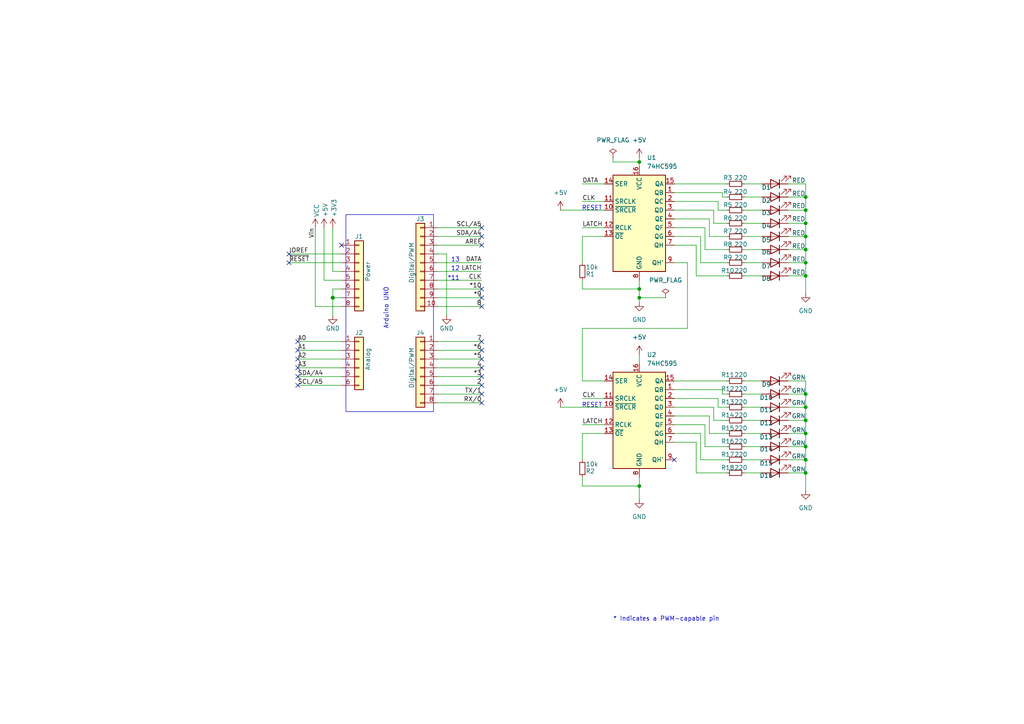
<source format=kicad_sch>
(kicad_sch (version 20231120) (generator "eeschema") (generator_version "8.0")
  (paper "A4")
  (title_block (date "mar. 31 mars 2015"))
  (lib_symbols
    (symbol "+5V_1" (power) (pin_numbers hide) (pin_names (offset 0) hide)
      (property "Value" "+5V" (at 0 3.556 0))
      (symbol "+5V_1_0_1"
        (polyline (pts (xy -0.762 1.27) (xy 0 2.54)))
        (polyline (pts (xy 0 0) (xy 0 2.54)))
        (polyline (pts (xy 0 2.54) (xy 0.762 1.27)))
      )
      (symbol "+5V_1_1_1"
        (pin power_in line (at 0 0 90) (length 0) (name "~") (number "1"))
      )
    )
    (symbol "+5V_2" (power) (pin_numbers hide) (pin_names (offset 0) hide)
      (property "Value" "+5V" (at 0 3.556 0))
      (symbol "+5V_2_0_1"
        (polyline (pts (xy -0.762 1.27) (xy 0 2.54)))
        (polyline (pts (xy 0 0) (xy 0 2.54)))
        (polyline (pts (xy 0 2.54) (xy 0.762 1.27)))
      )
      (symbol "+5V_2_1_1"
        (pin power_in line (at 0 0 90) (length 0) (name "~") (number "1"))
      )
    )
    (symbol "74xx:74HC595"
      (property "Reference" "U" (at -7.62 13.97 0))
      (property "Value" "74HC595" (at -7.62 -16.51 0))
      (symbol "74HC595_1_0"
        (pin tri_state line (at 10.16 7.62 180) (length 2.54) (name "QB") (number "1"))
        (pin input line (at -10.16 2.54 0) (length 2.54) (name "~{SRCLR}") (number "10"))
        (pin input line (at -10.16 5.08 0) (length 2.54) (name "SRCLK") (number "11"))
        (pin input line (at -10.16 -2.54 0) (length 2.54) (name "RCLK") (number "12"))
        (pin input line (at -10.16 -5.08 0) (length 2.54) (name "~{OE}") (number "13"))
        (pin input line (at -10.16 10.16 0) (length 2.54) (name "SER") (number "14"))
        (pin tri_state line (at 10.16 10.16 180) (length 2.54) (name "QA") (number "15"))
        (pin power_in line (at 0 15.24 270) (length 2.54) (name "VCC") (number "16"))
        (pin tri_state line (at 10.16 5.08 180) (length 2.54) (name "QC") (number "2"))
        (pin tri_state line (at 10.16 2.54 180) (length 2.54) (name "QD") (number "3"))
        (pin tri_state line (at 10.16 0 180) (length 2.54) (name "QE") (number "4"))
        (pin tri_state line (at 10.16 -2.54 180) (length 2.54) (name "QF") (number "5"))
        (pin tri_state line (at 10.16 -5.08 180) (length 2.54) (name "QG") (number "6"))
        (pin tri_state line (at 10.16 -7.62 180) (length 2.54) (name "QH") (number "7"))
        (pin power_in line (at 0 -17.78 90) (length 2.54) (name "GND") (number "8"))
        (pin output line (at 10.16 -12.7 180) (length 2.54) (name "QH'") (number "9"))
      )
      (symbol "74HC595_1_1"
        (rectangle (start -7.62 12.7) (end 7.62 -15.24) (stroke (width 0.254)) (fill (type background)))
      )
    )
    (symbol "Connector_Generic:Conn_01x06" (pin_names (offset 1.016) hide)
      (property "Reference" "J" (at 0 7.62 0))
      (property "Value" "Conn_01x06" (at 0 -10.16 0))
      (symbol "Conn_01x06_1_1"
        (rectangle (start -1.27 -7.493) (end 0 -7.747) (stroke (width 0.1524)))
        (rectangle (start -1.27 -4.953) (end 0 -5.207) (stroke (width 0.1524)))
        (rectangle (start -1.27 -2.413) (end 0 -2.667) (stroke (width 0.1524)))
        (rectangle (start -1.27 0.127) (end 0 -0.127) (stroke (width 0.1524)))
        (rectangle (start -1.27 2.667) (end 0 2.413) (stroke (width 0.1524)))
        (rectangle (start -1.27 5.207) (end 0 4.953) (stroke (width 0.1524)))
        (rectangle (start -1.27 6.35) (end 1.27 -8.89) (stroke (width 0.254)) (fill (type background)))
        (pin passive line (at -5.08 5.08 0) (length 3.81) (name "Pin_1") (number "1"))
        (pin passive line (at -5.08 2.54 0) (length 3.81) (name "Pin_2") (number "2"))
        (pin passive line (at -5.08 0 0) (length 3.81) (name "Pin_3") (number "3"))
        (pin passive line (at -5.08 -2.54 0) (length 3.81) (name "Pin_4") (number "4"))
        (pin passive line (at -5.08 -5.08 0) (length 3.81) (name "Pin_5") (number "5"))
        (pin passive line (at -5.08 -7.62 0) (length 3.81) (name "Pin_6") (number "6"))
      )
    )
    (symbol "Connector_Generic:Conn_01x08" (pin_names (offset 1.016) hide)
      (property "Reference" "J" (at 0 10.16 0))
      (property "Value" "Conn_01x08" (at 0 -12.7 0))
      (symbol "Conn_01x08_1_1"
        (rectangle (start -1.27 -10.033) (end 0 -10.287) (stroke (width 0.1524)))
        (rectangle (start -1.27 -7.493) (end 0 -7.747) (stroke (width 0.1524)))
        (rectangle (start -1.27 -4.953) (end 0 -5.207) (stroke (width 0.1524)))
        (rectangle (start -1.27 -2.413) (end 0 -2.667) (stroke (width 0.1524)))
        (rectangle (start -1.27 0.127) (end 0 -0.127) (stroke (width 0.1524)))
        (rectangle (start -1.27 2.667) (end 0 2.413) (stroke (width 0.1524)))
        (rectangle (start -1.27 5.207) (end 0 4.953) (stroke (width 0.1524)))
        (rectangle (start -1.27 7.747) (end 0 7.493) (stroke (width 0.1524)))
        (rectangle (start -1.27 8.89) (end 1.27 -11.43) (stroke (width 0.254)) (fill (type background)))
        (pin passive line (at -5.08 7.62 0) (length 3.81) (name "Pin_1") (number "1"))
        (pin passive line (at -5.08 5.08 0) (length 3.81) (name "Pin_2") (number "2"))
        (pin passive line (at -5.08 2.54 0) (length 3.81) (name "Pin_3") (number "3"))
        (pin passive line (at -5.08 0 0) (length 3.81) (name "Pin_4") (number "4"))
        (pin passive line (at -5.08 -2.54 0) (length 3.81) (name "Pin_5") (number "5"))
        (pin passive line (at -5.08 -5.08 0) (length 3.81) (name "Pin_6") (number "6"))
        (pin passive line (at -5.08 -7.62 0) (length 3.81) (name "Pin_7") (number "7"))
        (pin passive line (at -5.08 -10.16 0) (length 3.81) (name "Pin_8") (number "8"))
      )
    )
    (symbol "Connector_Generic:Conn_01x10" (pin_names (offset 1.016) hide)
      (property "Reference" "J" (at 0 12.7 0))
      (property "Value" "Conn_01x10" (at 0 -15.24 0))
      (symbol "Conn_01x10_1_1"
        (rectangle (start -1.27 -12.573) (end 0 -12.827) (stroke (width 0.1524)))
        (rectangle (start -1.27 -10.033) (end 0 -10.287) (stroke (width 0.1524)))
        (rectangle (start -1.27 -7.493) (end 0 -7.747) (stroke (width 0.1524)))
        (rectangle (start -1.27 -4.953) (end 0 -5.207) (stroke (width 0.1524)))
        (rectangle (start -1.27 -2.413) (end 0 -2.667) (stroke (width 0.1524)))
        (rectangle (start -1.27 0.127) (end 0 -0.127) (stroke (width 0.1524)))
        (rectangle (start -1.27 2.667) (end 0 2.413) (stroke (width 0.1524)))
        (rectangle (start -1.27 5.207) (end 0 4.953) (stroke (width 0.1524)))
        (rectangle (start -1.27 7.747) (end 0 7.493) (stroke (width 0.1524)))
        (rectangle (start -1.27 10.287) (end 0 10.033) (stroke (width 0.1524)))
        (rectangle (start -1.27 11.43) (end 1.27 -13.97) (stroke (width 0.254)) (fill (type background)))
        (pin passive line (at -5.08 10.16 0) (length 3.81) (name "Pin_1") (number "1"))
        (pin passive line (at -5.08 -12.7 0) (length 3.81) (name "Pin_10") (number "10"))
        (pin passive line (at -5.08 7.62 0) (length 3.81) (name "Pin_2") (number "2"))
        (pin passive line (at -5.08 5.08 0) (length 3.81) (name "Pin_3") (number "3"))
        (pin passive line (at -5.08 2.54 0) (length 3.81) (name "Pin_4") (number "4"))
        (pin passive line (at -5.08 0 0) (length 3.81) (name "Pin_5") (number "5"))
        (pin passive line (at -5.08 -2.54 0) (length 3.81) (name "Pin_6") (number "6"))
        (pin passive line (at -5.08 -5.08 0) (length 3.81) (name "Pin_7") (number "7"))
        (pin passive line (at -5.08 -7.62 0) (length 3.81) (name "Pin_8") (number "8"))
        (pin passive line (at -5.08 -10.16 0) (length 3.81) (name "Pin_9") (number "9"))
      )
    )
    (symbol "Device:LED" (pin_numbers hide) (pin_names (offset 1.016) hide)
      (property "Reference" "D" (at 0 2.54 0))
      (property "Value" "LED" (at 0 -2.54 0))
      (symbol "LED_0_1"
        (polyline (pts (xy -1.27 -1.27) (xy -1.27 1.27)) (stroke (width 0.254)))
        (polyline (pts (xy -1.27 0) (xy 1.27 0)))
        (polyline (pts (xy 1.27 -1.27) (xy 1.27 1.27) (xy -1.27 0) (xy 1.27 -1.27)) (stroke (width 0.254)))
        (polyline (pts (xy -3.048 -0.762) (xy -4.572 -2.286) (xy -3.81 -2.286) (xy -4.572 -2.286) (xy -4.572 -1.524)))
        (polyline (pts (xy -1.778 -0.762) (xy -3.302 -2.286) (xy -2.54 -2.286) (xy -3.302 -2.286) (xy -3.302 -1.524)))
      )
      (symbol "LED_1_1"
        (pin passive line (at -3.81 0 0) (length 2.54) (name "K") (number "1"))
        (pin passive line (at 3.81 0 180) (length 2.54) (name "A") (number "2"))
      )
    )
    (symbol "Device:R_Small" (pin_numbers hide) (pin_names (offset 0.254) hide)
      (property "Reference" "R" (at 0.762 0.508 0))
      (property "Value" "R_Small" (at 0.762 -1.016 0))
      (symbol "R_Small_0_1"
        (rectangle (start -0.762 1.778) (end 0.762 -1.778) (stroke (width 0.2032)))
      )
      (symbol "R_Small_1_1"
        (pin passive line (at 0 2.54 270) (length 0.762) (name "~") (number "1"))
        (pin passive line (at 0 -2.54 90) (length 0.762) (name "~") (number "2"))
      )
    )
    (symbol "GND_2" (power) (pin_numbers hide) (pin_names (offset 0) hide)
      (property "Value" "GND" (at 0 -3.81 0))
      (symbol "GND_2_0_1"
        (polyline (pts (xy 0 0) (xy 0 -1.27) (xy 1.27 -1.27) (xy 0 -2.54) (xy -1.27 -1.27) (xy 0 -1.27)))
      )
      (symbol "GND_2_1_1"
        (pin power_in line (at 0 0 270) (length 0) (name "~") (number "1"))
      )
    )
    (symbol "power:+3V3" (power) (pin_names (offset 0))
      (property "Value" "+3V3" (at 0 3.556 0))
      (symbol "+3V3_0_1"
        (polyline (pts (xy -0.762 1.27) (xy 0 2.54)))
        (polyline (pts (xy 0 0) (xy 0 2.54)))
        (polyline (pts (xy 0 2.54) (xy 0.762 1.27)))
      )
      (symbol "+3V3_1_1"
        (pin power_in line (at 0 0 90) (length 0) hide (name "+3V3") (number "1"))
      )
    )
    (symbol "power:+5V" (power) (pin_names (offset 0))
      (property "Value" "+5V" (at 0 3.556 0))
      (symbol "+5V_0_1"
        (polyline (pts (xy -0.762 1.27) (xy 0 2.54)))
        (polyline (pts (xy 0 0) (xy 0 2.54)))
        (polyline (pts (xy 0 2.54) (xy 0.762 1.27)))
      )
      (symbol "+5V_1_1"
        (pin power_in line (at 0 0 90) (length 0) hide (name "+5V") (number "1"))
      )
    )
    (symbol "power:GND" (power) (pin_names (offset 0))
      (property "Value" "GND" (at 0 -3.81 0))
      (symbol "GND_0_1"
        (polyline (pts (xy 0 0) (xy 0 -1.27) (xy 1.27 -1.27) (xy 0 -2.54) (xy -1.27 -1.27) (xy 0 -1.27)))
      )
      (symbol "GND_1_1"
        (pin power_in line (at 0 0 270) (length 0) hide (name "GND") (number "1"))
      )
    )
    (symbol "power:PWR_FLAG" (power) (pin_numbers hide) (pin_names (offset 0) hide)
      (property "Value" "PWR_FLAG" (at 0 3.81 0))
      (symbol "PWR_FLAG_0_0"
        (pin power_out line (at 0 0 90) (length 0) (name "~") (number "1"))
      )
      (symbol "PWR_FLAG_0_1"
        (polyline (pts (xy 0 0) (xy 0 1.27) (xy -1.016 1.905) (xy 0 2.54) (xy 1.016 1.905) (xy 0 1.27)))
      )
    )
    (symbol "power:VCC" (power) (pin_names (offset 0))
      (property "Value" "VCC" (at 0 3.81 0))
      (symbol "VCC_0_1"
        (polyline (pts (xy -0.762 1.27) (xy 0 2.54)))
        (polyline (pts (xy 0 0) (xy 0 2.54)))
        (polyline (pts (xy 0 2.54) (xy 0.762 1.27)))
      )
      (symbol "VCC_1_1"
        (pin power_in line (at 0 0 90) (length 0) hide (name "VCC") (number "1"))
      )
    )
  )
  (junction (at 233.68 129.54))
  (junction (at 233.68 121.92))
  (junction (at 233.68 57.15))
  (junction (at 233.68 64.77))
  (junction (at 233.68 125.73))
  (junction (at 233.68 133.35))
  (junction (at 185.42 86.36))
  (junction (at 233.68 80.01))
  (junction (at 96.52 86.36) (diameter 1.016))
  (junction (at 185.42 140.97))
  (junction (at 233.68 68.58))
  (junction (at 233.68 60.96))
  (junction (at 233.68 118.11))
  (junction (at 233.68 114.3))
  (junction (at 185.42 83.82))
  (junction (at 233.68 76.2))
  (junction (at 233.68 137.16))
  (junction (at 233.68 72.39))
  (junction (at 185.42 46.99))
  (no_connect (at 139.7 83.82))
  (no_connect (at 83.82 73.66))
  (no_connect (at 139.7 68.58))
  (no_connect (at 86.36 106.68))
  (no_connect (at 139.7 111.76))
  (no_connect (at 139.7 88.9))
  (no_connect (at 139.7 101.6))
  (no_connect (at 139.7 104.14))
  (no_connect (at 139.7 71.12))
  (no_connect (at 86.36 109.22))
  (no_connect (at 139.7 109.22))
  (no_connect (at 195.58 133.35))
  (no_connect (at 139.7 114.3))
  (no_connect (at 86.36 104.14))
  (no_connect (at 139.7 106.68))
  (no_connect (at 86.36 99.06))
  (no_connect (at 83.82 76.2))
  (no_connect (at 139.7 66.04))
  (no_connect (at 139.7 116.84))
  (no_connect (at 99.06 71.12))
  (no_connect (at 86.36 111.76))
  (no_connect (at 86.36 101.6))
  (no_connect (at 139.7 86.36))
  (no_connect (at 139.7 99.06))
  (wire (pts (xy 127 116.84) (xy 139.7 116.84)))
  (wire (pts (xy 215.9 118.11) (xy 220.98 118.11)))
  (wire (pts (xy 215.9 137.16) (xy 220.98 137.16)))
  (wire (pts (xy 233.68 53.34) (xy 233.68 57.15)))
  (wire (pts (xy 185.42 87.63) (xy 185.42 86.36)))
  (wire (pts (xy 127 83.82) (xy 139.7 83.82)))
  (wire (pts (xy 208.28 60.96) (xy 210.82 60.96)))
  (wire (pts (xy 177.8 45.72) (xy 177.8 46.99)))
  (wire (pts (xy 195.58 55.88) (xy 209.55 55.88)))
  (wire (pts (xy 215.9 133.35) (xy 220.98 133.35)))
  (wire (pts (xy 127 66.04) (xy 139.7 66.04)))
  (wire (pts (xy 168.91 95.25) (xy 168.91 110.49)))
  (wire (pts (xy 228.6 125.73) (xy 233.68 125.73)))
  (wire (pts (xy 228.6 68.58) (xy 233.68 68.58)))
  (wire (pts (xy 168.91 66.04) (xy 175.26 66.04)))
  (wire (pts (xy 195.58 68.58) (xy 203.2 68.58)))
  (wire (pts (xy 201.93 71.12) (xy 201.93 80.01)))
  (wire (pts (xy 168.91 81.28) (xy 168.91 83.82)))
  (wire (pts (xy 96.52 83.82) (xy 96.52 86.36)))
  (wire (pts (xy 195.58 118.11) (xy 207.01 118.11)))
  (wire (pts (xy 86.36 111.76) (xy 99.06 111.76)))
  (wire (pts (xy 205.74 120.65) (xy 205.74 125.73)))
  (wire (pts (xy 233.68 64.77) (xy 233.68 68.58)))
  (wire (pts (xy 215.9 76.2) (xy 220.98 76.2)))
  (wire (pts (xy 204.47 123.19) (xy 204.47 129.54)))
  (wire (pts (xy 162.56 60.96) (xy 175.26 60.96)))
  (wire (pts (xy 228.6 118.11) (xy 233.68 118.11)))
  (wire (pts (xy 215.9 114.3) (xy 220.98 114.3)))
  (wire (pts (xy 162.56 118.11) (xy 175.26 118.11)))
  (wire (pts (xy 233.68 129.54) (xy 233.68 133.35)))
  (wire (pts (xy 96.52 86.36) (xy 96.52 91.44)))
  (wire (pts (xy 233.68 137.16) (xy 228.6 137.16)))
  (wire (pts (xy 215.9 68.58) (xy 220.98 68.58)))
  (wire (pts (xy 203.2 133.35) (xy 210.82 133.35)))
  (wire (pts (xy 96.52 78.74) (xy 99.06 78.74)))
  (wire (pts (xy 168.91 58.42) (xy 175.26 58.42)))
  (wire (pts (xy 93.98 81.28) (xy 99.06 81.28)))
  (wire (pts (xy 233.68 76.2) (xy 233.68 80.01)))
  (wire (pts (xy 228.6 53.34) (xy 233.68 53.34)))
  (wire (pts (xy 228.6 121.92) (xy 233.68 121.92)))
  (wire (pts (xy 93.98 66.04) (xy 93.98 81.28)))
  (wire (pts (xy 215.9 64.77) (xy 220.98 64.77)))
  (wire (pts (xy 215.9 129.54) (xy 220.98 129.54)))
  (wire (pts (xy 209.55 113.03) (xy 209.55 114.3)))
  (wire (pts (xy 228.6 64.77) (xy 233.68 64.77)))
  (wire (pts (xy 208.28 58.42) (xy 208.28 60.96)))
  (wire (pts (xy 127 76.2) (xy 139.7 76.2)))
  (wire (pts (xy 96.52 66.04) (xy 96.52 78.74)))
  (wire (pts (xy 127 99.06) (xy 139.7 99.06)))
  (wire (pts (xy 195.58 125.73) (xy 203.2 125.73)))
  (wire (pts (xy 195.58 66.04) (xy 204.47 66.04)))
  (wire (pts (xy 99.06 99.06) (xy 86.36 99.06)))
  (wire (pts (xy 127 78.74) (xy 139.7 78.74)))
  (wire (pts (xy 207.01 118.11) (xy 207.01 121.92)))
  (wire (pts (xy 203.2 76.2) (xy 210.82 76.2)))
  (wire (pts (xy 127 101.6) (xy 139.7 101.6)))
  (wire (pts (xy 209.55 57.15) (xy 210.82 57.15)))
  (wire (pts (xy 204.47 66.04) (xy 204.47 72.39)))
  (wire (pts (xy 168.91 68.58) (xy 175.26 68.58)))
  (wire (pts (xy 215.9 72.39) (xy 220.98 72.39)))
  (wire (pts (xy 207.01 60.96) (xy 207.01 64.77)))
  (wire (pts (xy 195.58 115.57) (xy 208.28 115.57)))
  (wire (pts (xy 233.68 80.01) (xy 228.6 80.01)))
  (wire (pts (xy 195.58 76.2) (xy 199.39 76.2)))
  (wire (pts (xy 127 86.36) (xy 139.7 86.36)))
  (wire (pts (xy 185.42 46.99) (xy 185.42 48.26)))
  (wire (pts (xy 228.6 72.39) (xy 233.68 72.39)))
  (wire (pts (xy 228.6 76.2) (xy 233.68 76.2)))
  (wire (pts (xy 185.42 83.82) (xy 185.42 81.28)))
  (wire (pts (xy 203.2 125.73) (xy 203.2 133.35)))
  (wire (pts (xy 127 106.68) (xy 139.7 106.68)))
  (wire (pts (xy 233.68 121.92) (xy 233.68 125.73)))
  (wire (pts (xy 201.93 137.16) (xy 210.82 137.16)))
  (wire (pts (xy 233.68 118.11) (xy 233.68 121.92)))
  (wire (pts (xy 185.42 86.36) (xy 185.42 83.82)))
  (wire (pts (xy 168.91 83.82) (xy 185.42 83.82)))
  (wire (pts (xy 83.82 73.66) (xy 99.06 73.66)))
  (wire (pts (xy 168.91 138.43) (xy 168.91 140.97)))
  (wire (pts (xy 204.47 72.39) (xy 210.82 72.39)))
  (wire (pts (xy 207.01 64.77) (xy 210.82 64.77)))
  (wire (pts (xy 233.68 110.49) (xy 233.68 114.3)))
  (wire (pts (xy 185.42 102.87) (xy 185.42 105.41)))
  (wire (pts (xy 233.68 68.58) (xy 233.68 72.39)))
  (wire (pts (xy 195.58 60.96) (xy 207.01 60.96)))
  (wire (pts (xy 205.74 68.58) (xy 210.82 68.58)))
  (wire (pts (xy 129.54 73.66) (xy 129.54 91.44)))
  (wire (pts (xy 228.6 129.54) (xy 233.68 129.54)))
  (wire (pts (xy 168.91 110.49) (xy 175.26 110.49)))
  (wire (pts (xy 233.68 125.73) (xy 233.68 129.54)))
  (wire (pts (xy 209.55 114.3) (xy 210.82 114.3)))
  (wire (pts (xy 195.58 113.03) (xy 209.55 113.03)))
  (wire (pts (xy 127 71.12) (xy 139.7 71.12)))
  (wire (pts (xy 195.58 53.34) (xy 210.82 53.34)))
  (wire (pts (xy 199.39 76.2) (xy 199.39 95.25)))
  (wire (pts (xy 207.01 121.92) (xy 210.82 121.92)))
  (wire (pts (xy 185.42 140.97) (xy 185.42 138.43)))
  (wire (pts (xy 228.6 110.49) (xy 233.68 110.49)))
  (wire (pts (xy 204.47 129.54) (xy 210.82 129.54)))
  (wire (pts (xy 99.06 104.14) (xy 86.36 104.14)))
  (wire (pts (xy 83.82 76.2) (xy 99.06 76.2)))
  (wire (pts (xy 195.58 120.65) (xy 205.74 120.65)))
  (wire (pts (xy 99.06 86.36) (xy 96.52 86.36)))
  (wire (pts (xy 199.39 95.25) (xy 168.91 95.25)))
  (wire (pts (xy 205.74 63.5) (xy 205.74 68.58)))
  (wire (pts (xy 228.6 133.35) (xy 233.68 133.35)))
  (wire (pts (xy 205.74 125.73) (xy 210.82 125.73)))
  (wire (pts (xy 177.8 46.99) (xy 185.42 46.99)))
  (wire (pts (xy 228.6 114.3) (xy 233.68 114.3)))
  (wire (pts (xy 215.9 53.34) (xy 220.98 53.34)))
  (wire (pts (xy 215.9 110.49) (xy 220.98 110.49)))
  (wire (pts (xy 201.93 80.01) (xy 210.82 80.01)))
  (wire (pts (xy 99.06 88.9) (xy 91.44 88.9)))
  (wire (pts (xy 86.36 101.6) (xy 99.06 101.6)))
  (wire (pts (xy 201.93 128.27) (xy 201.93 137.16)))
  (wire (pts (xy 185.42 86.36) (xy 193.04 86.36)))
  (wire (pts (xy 203.2 68.58) (xy 203.2 76.2)))
  (wire (pts (xy 185.42 140.97) (xy 185.42 144.78)))
  (wire (pts (xy 208.28 115.57) (xy 208.28 118.11)))
  (wire (pts (xy 168.91 53.34) (xy 175.26 53.34)))
  (wire (pts (xy 127 73.66) (xy 129.54 73.66)))
  (wire (pts (xy 195.58 71.12) (xy 201.93 71.12)))
  (wire (pts (xy 215.9 60.96) (xy 220.98 60.96)))
  (wire (pts (xy 99.06 83.82) (xy 96.52 83.82)))
  (wire (pts (xy 168.91 140.97) (xy 185.42 140.97)))
  (wire (pts (xy 127 81.28) (xy 139.7 81.28)))
  (wire (pts (xy 195.58 110.49) (xy 210.82 110.49)))
  (wire (pts (xy 195.58 58.42) (xy 208.28 58.42)))
  (wire (pts (xy 195.58 128.27) (xy 201.93 128.27)))
  (wire (pts (xy 228.6 57.15) (xy 233.68 57.15)))
  (wire (pts (xy 127 104.14) (xy 139.7 104.14)))
  (wire (pts (xy 215.9 80.01) (xy 220.98 80.01)))
  (wire (pts (xy 86.36 106.68) (xy 99.06 106.68)))
  (wire (pts (xy 168.91 115.57) (xy 175.26 115.57)))
  (wire (pts (xy 228.6 60.96) (xy 233.68 60.96)))
  (wire (pts (xy 233.68 133.35) (xy 233.68 137.16)))
  (wire (pts (xy 168.91 123.19) (xy 175.26 123.19)))
  (wire (pts (xy 215.9 121.92) (xy 220.98 121.92)))
  (wire (pts (xy 215.9 125.73) (xy 220.98 125.73)))
  (wire (pts (xy 185.42 45.72) (xy 185.42 46.99)))
  (wire (pts (xy 215.9 57.15) (xy 220.98 57.15)))
  (wire (pts (xy 233.68 60.96) (xy 233.68 64.77)))
  (wire (pts (xy 195.58 63.5) (xy 205.74 63.5)))
  (wire (pts (xy 127 68.58) (xy 139.7 68.58)))
  (wire (pts (xy 233.68 57.15) (xy 233.68 60.96)))
  (wire (pts (xy 233.68 114.3) (xy 233.68 118.11)))
  (wire (pts (xy 233.68 80.01) (xy 233.68 85.09)))
  (wire (pts (xy 127 111.76) (xy 139.7 111.76)))
  (wire (pts (xy 233.68 137.16) (xy 233.68 142.24)))
  (wire (pts (xy 127 109.22) (xy 139.7 109.22)))
  (wire (pts (xy 209.55 55.88) (xy 209.55 57.15)))
  (wire (pts (xy 168.91 125.73) (xy 168.91 133.35)))
  (wire (pts (xy 168.91 68.58) (xy 168.91 76.2)))
  (wire (pts (xy 233.68 72.39) (xy 233.68 76.2)))
  (wire (pts (xy 168.91 125.73) (xy 175.26 125.73)))
  (wire (pts (xy 127 114.3) (xy 139.7 114.3)))
  (wire (pts (xy 91.44 88.9) (xy 91.44 66.04)))
  (wire (pts (xy 195.58 123.19) (xy 204.47 123.19)))
  (wire (pts (xy 208.28 118.11) (xy 210.82 118.11)))
  (wire (pts (xy 99.06 109.22) (xy 86.36 109.22)))
  (wire (pts (xy 127 88.9) (xy 139.7 88.9)))
  (rectangle (start 125.73 62.23) (end 100.33 119.38))
  (text "13" (at 132.08 75.438 0) (effects (font (size 1.27 1.27))))
  (text "RESET" (at 171.704 117.602 0) (effects (font (size 1.27 1.27))))
  (text "RESET" (at 171.704 60.452 0) (effects (font (size 1.27 1.27))))
  (text "Arduino UNO" (at 112.014 89.408 90) (effects (font (size 1.27 1.27))))
  (text "12" (at 132.08 77.978 0) (effects (font (size 1.27 1.27))))
  (text "* Indicates a PWM-capable pin" (at 177.8 180.34 0) (effects (font (size 1.27 1.27)) (justify left bottom)))
  (text "*11" (at 131.572 80.772 0) (effects (font (size 1.27 1.27))))
  (label "RX{slash}0" (at 139.7 116.84 180))
  (label "A2" (at 86.36 104.14 0))
  (label "4" (at 139.7 106.68 180))
  (label "DATA" (at 168.91 53.34 0))
  (label "2" (at 139.7 111.76 180))
  (label "A3" (at 86.36 106.68 0))
  (label "DATA" (at 139.7 76.2 180))
  (label "LATCH" (at 139.7 78.74 180))
  (label "~{RESET}" (at 83.82 76.2 0))
  (label "*10" (at 139.7 83.82 180))
  (label "CLK" (at 168.91 58.42 0))
  (label "CLK" (at 168.91 115.57 0))
  (label "7" (at 139.7 99.06 180))
  (label "SDA{slash}A4" (at 139.7 68.58 180))
  (label "8" (at 139.7 88.9 180))
  (label "CLK" (at 139.7 81.28 180))
  (label "*3" (at 139.7 109.22 180))
  (label "LATCH" (at 168.91 123.19 0))
  (label "A1" (at 86.36 101.6 0))
  (label "TX{slash}1" (at 139.7 114.3 180))
  (label "LATCH" (at 168.91 66.04 0))
  (label "A0" (at 86.36 99.06 0))
  (label "AREF" (at 139.7 71.12 180))
  (label "Vin" (at 91.44 66.04 270))
  (label "*6" (at 139.7 101.6 180))
  (label "SCL{slash}A5" (at 139.7 66.04 180))
  (label "*9" (at 139.7 86.36 180))
  (label "*5" (at 139.7 104.14 180))
  (label "IOREF" (at 83.82 73.66 0))
  (label "SDA{slash}A4" (at 86.36 109.22 0))
  (label "SCL{slash}A5" (at 86.36 111.76 0))
  (symbol (lib_id "Connector_Generic:Conn_01x08") (at 104.14 78.74 0) (unit 1)
    (property "Reference" "J1" (at 104.14 68.58 0))
    (property "Value" "Power" (at 106.68 78.74 90))
    (property "Footprint" "Connector_PinSocket_2.54mm:PinSocket_1x08_P2.54mm_Vertical" (effects (hide yes)))
  )
  (symbol (lib_id "power:+3V3") (at 96.52 66.04 0) (unit 1)
    (property "Reference" "#PWR3" (effects (hide yes)))
    (property "Value" "+3V3" (at 96.901 62.992 90) (effects (justify left)))
  )
  (symbol (lib_id "power:+5V") (at 93.98 66.04 0) (unit 1)
    (property "Reference" "#PWR2" (effects (hide yes)))
    (property "Value" "+5V" (at 94.3356 62.992 90) (effects (justify left)))
  )
  (symbol (lib_id "power:GND") (at 96.52 91.44 0) (unit 1)
    (property "Reference" "#PWR4" (effects (hide yes)))
    (property "Value" "GND" (at 96.52 95.25 0))
  )
  (symbol (lib_id "Connector_Generic:Conn_01x10") (at 121.92 76.2 0) (mirror y) (unit 1)
    (property "Reference" "J3" (at 121.92 63.5 0))
    (property "Value" "Digital/PWM" (at 119.38 76.2 90))
    (property "Footprint" "Connector_PinSocket_2.54mm:PinSocket_1x10_P2.54mm_Vertical" (effects (hide yes)))
  )
  (symbol (lib_id "power:GND") (at 129.54 91.44 0) (unit 1)
    (property "Reference" "#PWR5" (effects (hide yes)))
    (property "Value" "GND" (at 129.54 95.25 0))
  )
  (symbol (lib_id "Connector_Generic:Conn_01x06") (at 104.14 104.14 0) (unit 1)
    (property "Reference" "J2" (at 104.14 96.52 0))
    (property "Value" "Analog" (at 106.68 104.14 90))
    (property "Footprint" "Connector_PinSocket_2.54mm:PinSocket_1x06_P2.54mm_Vertical" (effects (hide yes)))
  )
  (symbol (lib_id "Connector_Generic:Conn_01x08") (at 121.92 106.68 0) (mirror y) (unit 1)
    (property "Reference" "J4" (at 121.92 96.52 0))
    (property "Value" "Digital/PWM" (at 119.38 106.68 90))
    (property "Footprint" "Connector_PinSocket_2.54mm:PinSocket_1x08_P2.54mm_Vertical" (effects (hide yes)))
  )
  (symbol (lib_name "+5V_2") (lib_id "power:+5V") (at 162.56 60.96 0) (unit 1)
    (property "Reference" "#PWR6" (effects (hide yes)))
    (property "Value" "+5V" (at 162.56 55.88 0))
    (property "Description" "Power symbol creates a global label with name \"+5V\"" (effects (hide yes)))
  )
  (symbol (lib_id "Device:LED") (at 224.79 53.34 180) (unit 1)
    (property "Reference" "D1" (at 222.25 54.356 0))
    (property "Value" "RED" (at 231.648 52.324 0))
    (property "Description" "Light emitting diode" (effects (hide yes)))
  )
  (symbol (lib_id "Device:R_Small") (at 213.36 121.92 90) (unit 1)
    (property "Reference" "R14" (at 211.074 120.396 90))
    (property "Value" "220" (at 214.884 120.396 90))
    (property "Description" "Resistor, small symbol" (effects (hide yes)))
  )
  (symbol (lib_id "Device:LED") (at 224.79 114.3 180) (unit 1)
    (property "Reference" "D10" (at 222.25 115.316 0))
    (property "Value" "GRN" (at 231.648 113.284 0))
    (property "Description" "Light emitting diode" (effects (hide yes)))
  )
  (symbol (lib_name "GND_2") (lib_id "power:GND") (at 233.68 85.09 0) (unit 1)
    (property "Reference" "#PWR12" (effects (hide yes)))
    (property "Value" "GND" (at 233.68 90.17 0))
    (property "Description" "Power symbol creates a global label with name \"GND\" , ground" (effects (hide yes)))
  )
  (symbol (lib_id "Device:R_Small") (at 213.36 57.15 90) (unit 1)
    (property "Reference" "R4" (at 211.074 55.626 90))
    (property "Value" "220" (at 214.884 55.626 90))
    (property "Description" "Resistor, small symbol" (effects (hide yes)))
  )
  (symbol (lib_id "Device:LED") (at 224.79 118.11 180) (unit 1)
    (property "Reference" "D11" (at 222.25 118.872 0))
    (property "Value" "GRN" (at 231.648 116.84 0))
    (property "Description" "Light emitting diode" (effects (hide yes)))
  )
  (symbol (lib_id "Device:LED") (at 224.79 133.35 180) (unit 1)
    (property "Reference" "D15" (at 222.25 134.366 0))
    (property "Value" "GRN" (at 231.648 132.334 0))
    (property "Description" "Light emitting diode" (effects (hide yes)))
  )
  (symbol (lib_id "Device:R_Small") (at 213.36 137.16 90) (unit 1)
    (property "Reference" "R18" (at 211.074 135.636 90))
    (property "Value" "220" (at 214.884 135.636 90))
    (property "Description" "Resistor, small symbol" (effects (hide yes)))
  )
  (symbol (lib_id "Device:R_Small") (at 213.36 76.2 90) (unit 1)
    (property "Reference" "R9" (at 211.074 74.676 90))
    (property "Value" "220" (at 214.884 74.676 90))
    (property "Description" "Resistor, small symbol" (effects (hide yes)))
  )
  (symbol (lib_id "Device:LED") (at 224.79 129.54 180) (unit 1)
    (property "Reference" "D14" (at 222.25 130.302 0))
    (property "Value" "GRN" (at 231.648 128.524 0))
    (property "Description" "Light emitting diode" (effects (hide yes)))
  )
  (symbol (lib_id "Device:R_Small") (at 168.91 78.74 180) (unit 1)
    (property "Reference" "R1" (at 171.196 79.502 0))
    (property "Value" "10k" (at 171.704 77.47 0))
    (property "Description" "Resistor, small symbol" (effects (hide yes)))
  )
  (symbol (lib_name "+5V_1") (lib_id "power:+5V") (at 185.42 45.72 0) (unit 1)
    (property "Reference" "#PWR8" (effects (hide yes)))
    (property "Value" "+5V" (at 185.42 40.64 0))
    (property "Description" "Power symbol creates a global label with name \"+5V\"" (effects (hide yes)))
  )
  (symbol (lib_name "+5V_2") (lib_id "power:+5V") (at 162.56 118.11 0) (unit 1)
    (property "Reference" "#PWR7" (effects (hide yes)))
    (property "Value" "+5V" (at 162.56 113.03 0))
    (property "Description" "Power symbol creates a global label with name \"+5V\"" (effects (hide yes)))
  )
  (symbol (lib_id "Device:R_Small") (at 213.36 129.54 90) (unit 1)
    (property "Reference" "R16" (at 211.074 128.016 90))
    (property "Value" "220" (at 214.884 128.016 90))
    (property "Description" "Resistor, small symbol" (effects (hide yes)))
  )
  (symbol (lib_id "Device:R_Small") (at 213.36 60.96 90) (unit 1)
    (property "Reference" "R5" (at 211.074 59.436 90))
    (property "Value" "220" (at 214.884 59.436 90))
    (property "Description" "Resistor, small symbol" (effects (hide yes)))
  )
  (symbol (lib_id "power:VCC") (at 91.44 66.04 0) (unit 1)
    (property "Reference" "#PWR1" (effects (hide yes)))
    (property "Value" "VCC" (at 91.821 62.992 90) (effects (justify left)))
  )
  (symbol (lib_id "Device:R_Small") (at 213.36 125.73 90) (unit 1)
    (property "Reference" "R15" (at 211.074 124.206 90))
    (property "Value" "220" (at 214.884 124.206 90))
    (property "Description" "Resistor, small symbol" (effects (hide yes)))
  )
  (symbol (lib_id "Device:R_Small") (at 213.36 64.77 90) (unit 1)
    (property "Reference" "R6" (at 211.074 63.246 90))
    (property "Value" "220" (at 214.884 63.246 90))
    (property "Description" "Resistor, small symbol" (effects (hide yes)))
  )
  (symbol (lib_id "74xx:74HC595") (at 185.42 120.65 0) (unit 1)
    (property "Reference" "U2" (at 187.6141 102.87 0) (effects (justify left)))
    (property "Value" "74HC595" (at 187.6141 105.41 0) (effects (justify left)))
    (property "Datasheet" "http://www.ti.com/lit/ds/symlink/sn74hc595.pdf" (effects (hide yes)))
    (property "Description" "8-bit serial in/out Shift Register 3-State Outputs" (effects (hide yes)))
  )
  (symbol (lib_id "Device:R_Small") (at 213.36 68.58 90) (unit 1)
    (property "Reference" "R7" (at 211.074 67.056 90))
    (property "Value" "220" (at 214.884 67.056 90))
    (property "Description" "Resistor, small symbol" (effects (hide yes)))
  )
  (symbol (lib_id "Device:R_Small") (at 213.36 53.34 90) (unit 1)
    (property "Reference" "R3" (at 211.074 51.562 90))
    (property "Value" "220" (at 214.884 51.562 90))
    (property "Description" "Resistor, small symbol" (effects (hide yes)))
  )
  (symbol (lib_id "Device:LED") (at 224.79 72.39 180) (unit 1)
    (property "Reference" "D6" (at 222.25 73.152 0))
    (property "Value" "RED" (at 231.648 71.374 0))
    (property "Description" "Light emitting diode" (effects (hide yes)))
  )
  (symbol (lib_id "Device:LED") (at 224.79 121.92 180) (unit 1)
    (property "Reference" "D12" (at 222.25 122.682 0))
    (property "Value" "GRN" (at 231.648 120.65 0))
    (property "Description" "Light emitting diode" (effects (hide yes)))
  )
  (symbol (lib_id "Device:LED") (at 224.79 125.73 180) (unit 1)
    (property "Reference" "D13" (at 222.25 126.746 0))
    (property "Value" "GRN" (at 231.648 124.714 0))
    (property "Description" "Light emitting diode" (effects (hide yes)))
  )
  (symbol (lib_id "Device:R_Small") (at 213.36 110.49 90) (unit 1)
    (property "Reference" "R11" (at 211.074 108.712 90))
    (property "Value" "220" (at 214.884 108.712 90))
    (property "Description" "Resistor, small symbol" (effects (hide yes)))
  )
  (symbol (lib_id "Device:LED") (at 224.79 110.49 180) (unit 1)
    (property "Reference" "D9" (at 222.25 111.506 0))
    (property "Value" "GRN" (at 231.648 109.474 0))
    (property "Description" "Light emitting diode" (effects (hide yes)))
  )
  (symbol (lib_id "Device:R_Small") (at 213.36 133.35 90) (unit 1)
    (property "Reference" "R17" (at 211.074 131.826 90))
    (property "Value" "220" (at 214.884 131.826 90))
    (property "Description" "Resistor, small symbol" (effects (hide yes)))
  )
  (symbol (lib_id "74xx:74HC595") (at 185.42 63.5 0) (unit 1)
    (property "Reference" "U1" (at 187.6141 45.72 0) (effects (justify left)))
    (property "Value" "74HC595" (at 187.6141 48.26 0) (effects (justify left)))
    (property "Datasheet" "http://www.ti.com/lit/ds/symlink/sn74hc595.pdf" (effects (hide yes)))
    (property "Description" "8-bit serial in/out Shift Register 3-State Outputs" (effects (hide yes)))
  )
  (symbol (lib_name "+5V_1") (lib_id "power:+5V") (at 185.42 102.87 0) (unit 1)
    (property "Reference" "#PWR10" (effects (hide yes)))
    (property "Value" "+5V" (at 185.42 97.79 0))
    (property "Description" "Power symbol creates a global label with name \"+5V\"" (effects (hide yes)))
  )
  (symbol (lib_id "Device:LED") (at 224.79 60.96 180) (unit 1)
    (property "Reference" "D3" (at 222.25 61.722 0))
    (property "Value" "RED" (at 231.648 59.69 0))
    (property "Description" "Light emitting diode" (effects (hide yes)))
  )
  (symbol (lib_id "Device:R_Small") (at 213.36 80.01 90) (unit 1)
    (property "Reference" "R10" (at 211.074 78.486 90))
    (property "Value" "220" (at 214.884 78.486 90))
    (property "Description" "Resistor, small symbol" (effects (hide yes)))
  )
  (symbol (lib_name "GND_2") (lib_id "power:GND") (at 185.42 144.78 0) (unit 1)
    (property "Reference" "#PWR11" (effects (hide yes)))
    (property "Value" "GND" (at 185.42 149.86 0))
    (property "Description" "Power symbol creates a global label with name \"GND\" , ground" (effects (hide yes)))
  )
  (symbol (lib_id "Device:LED") (at 224.79 80.01 180) (unit 1)
    (property "Reference" "D8" (at 222.25 80.772 0))
    (property "Value" "RED" (at 231.648 78.994 0))
    (property "Description" "Light emitting diode" (effects (hide yes)))
  )
  (symbol (lib_name "GND_2") (lib_id "power:GND") (at 233.68 142.24 0) (unit 1)
    (property "Reference" "#PWR13" (effects (hide yes)))
    (property "Value" "GND" (at 233.68 147.32 0))
    (property "Description" "Power symbol creates a global label with name \"GND\" , ground" (effects (hide yes)))
  )
  (symbol (lib_id "Device:LED") (at 224.79 57.15 180) (unit 1)
    (property "Reference" "D2" (at 222.25 58.166 0))
    (property "Value" "RED" (at 231.648 56.134 0))
    (property "Description" "Light emitting diode" (effects (hide yes)))
  )
  (symbol (lib_id "Device:LED") (at 224.79 76.2 180) (unit 1)
    (property "Reference" "D7" (at 222.25 77.216 0))
    (property "Value" "RED" (at 231.648 75.184 0))
    (property "Description" "Light emitting diode" (effects (hide yes)))
  )
  (symbol (lib_id "Device:LED") (at 224.79 137.16 180) (unit 1)
    (property "Reference" "D16" (at 222.25 137.922 0))
    (property "Value" "GRN" (at 231.648 136.144 0))
    (property "Description" "Light emitting diode" (effects (hide yes)))
  )
  (symbol (lib_id "Device:LED") (at 224.79 68.58 180) (unit 1)
    (property "Reference" "D5" (at 222.25 69.596 0))
    (property "Value" "RED" (at 231.648 67.564 0))
    (property "Description" "Light emitting diode" (effects (hide yes)))
  )
  (symbol (lib_name "GND_2") (lib_id "power:GND") (at 185.42 87.63 0) (unit 1)
    (property "Reference" "#PWR9" (effects (hide yes)))
    (property "Value" "GND" (at 185.42 92.71 0))
    (property "Description" "Power symbol creates a global label with name \"GND\" , ground" (effects (hide yes)))
  )
  (symbol (lib_id "Device:LED") (at 224.79 64.77 180) (unit 1)
    (property "Reference" "D4" (at 222.25 65.532 0))
    (property "Value" "RED" (at 231.648 63.5 0))
    (property "Description" "Light emitting diode" (effects (hide yes)))
  )
  (symbol (lib_id "Device:R_Small") (at 213.36 114.3 90) (unit 1)
    (property "Reference" "R12" (at 211.074 112.776 90))
    (property "Value" "220" (at 214.884 112.776 90))
    (property "Description" "Resistor, small symbol" (effects (hide yes)))
  )
  (symbol (lib_id "power:PWR_FLAG") (at 193.04 86.36 0) (unit 1)
    (property "Reference" "#FLG2" (effects (hide yes)))
    (property "Value" "PWR_FLAG" (at 193.04 81.28 0))
    (property "Description" "Special symbol for telling ERC where power comes from" (effects (hide yes)))
  )
  (symbol (lib_id "Device:R_Small") (at 213.36 118.11 90) (unit 1)
    (property "Reference" "R13" (at 211.074 116.586 90))
    (property "Value" "220" (at 214.884 116.586 90))
    (property "Description" "Resistor, small symbol" (effects (hide yes)))
  )
  (symbol (lib_id "Device:R_Small") (at 168.91 135.89 180) (unit 1)
    (property "Reference" "R2" (at 171.196 136.652 0))
    (property "Value" "10k" (at 171.704 134.62 0))
    (property "Description" "Resistor, small symbol" (effects (hide yes)))
  )
  (symbol (lib_id "power:PWR_FLAG") (at 177.8 45.72 0) (unit 1)
    (property "Reference" "#FLG1" (effects (hide yes)))
    (property "Value" "PWR_FLAG" (at 177.8 40.64 0))
    (property "Description" "Special symbol for telling ERC where power comes from" (effects (hide yes)))
  )
  (symbol (lib_id "Device:R_Small") (at 213.36 72.39 90) (unit 1)
    (property "Reference" "R8" (at 211.074 70.866 90))
    (property "Value" "220" (at 214.884 70.866 90))
    (property "Description" "Resistor, small symbol" (effects (hide yes)))
  )
)
</source>
